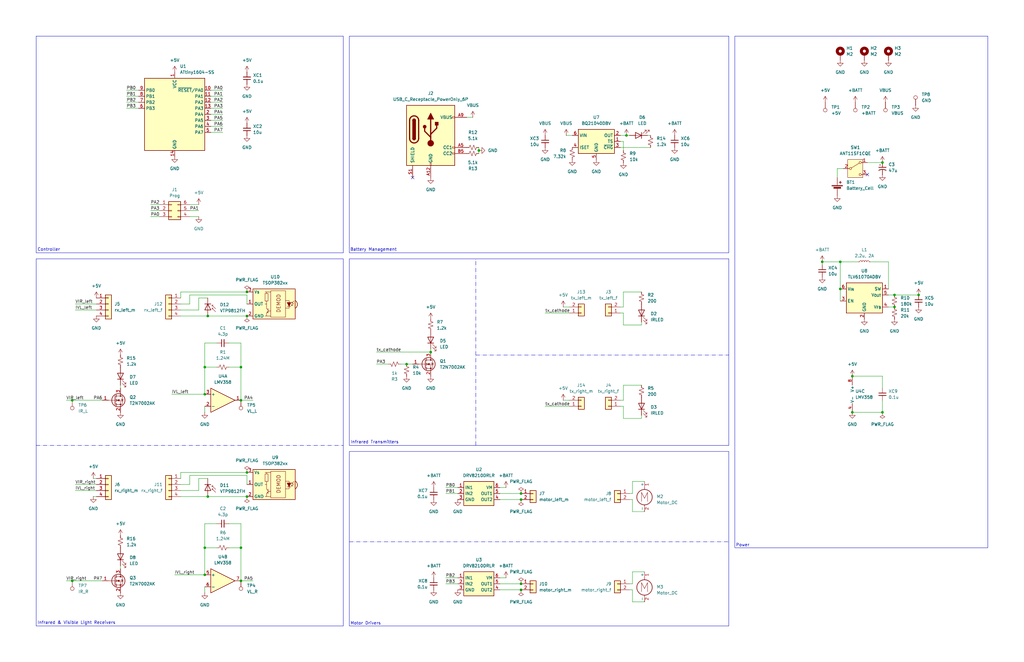
<source format=kicad_sch>
(kicad_sch (version 20250114) (generator "eeschema") (generator_version "9.0")
  (paper "B")
  (title_block (title "Robo-Roach v1.0") (date "2025-03-03") (rev "1"))
  (rectangle (start 15.24 15.24) (end 144.78 106.68))
  (rectangle (start 15.24 109.22) (end 144.78 264.16))
  (rectangle (start 147.32 190.5) (end 307.34 264.16))
  (rectangle (start 147.32 15.24) (end 307.34 106.68))
  (rectangle (start 147.32 109.22) (end 307.34 187.96))
  (rectangle (start 309.88 15.24) (end 416.56 231.14))
  (text "Controller" (at 20.574 105.41 0) (effects (font (size 1.27 1.27))))
  (text "Infrared & Visible Light Receivers\n" (at 32.258 262.89 0) (effects (font (size 1.27 1.27))))
  (text "Battery Management" (at 157.48 105.41 0) (effects (font (size 1.27 1.27))))
  (text "Power" (at 313.182 230.124 0) (effects (font (size 1.27 1.27))))
  (text "Infrared Transmitters" (at 157.988 186.69 0) (effects (font (size 1.27 1.27))))
  (text "Motor Drivers" (at 154.178 263.144 0) (effects (font (size 1.27 1.27))))
  (junction (at 354.33 121.92))
  (junction (at 104.14 123.19))
  (junction (at 201.93 63.5))
  (junction (at 86.36 166.37))
  (junction (at 387.35 124.46))
  (junction (at 219.71 246.38))
  (junction (at 86.36 231.14))
  (junction (at 346.71 110.49))
  (junction (at 377.19 129.54))
  (junction (at 101.6 168.91))
  (junction (at 219.71 208.28))
  (junction (at 104.14 199.39))
  (junction (at 101.6 154.94))
  (junction (at 219.71 248.92))
  (junction (at 359.41 158.75))
  (junction (at 264.16 57.15))
  (junction (at 101.6 245.11))
  (junction (at 30.48 245.11))
  (junction (at 359.41 173.99))
  (junction (at 86.36 242.57))
  (junction (at 30.48 168.91))
  (junction (at 181.61 148.59))
  (junction (at 87.63 209.55))
  (junction (at 101.6 231.14))
  (junction (at 372.11 68.58))
  (junction (at 354.33 110.49))
  (junction (at 104.14 133.35))
  (junction (at 377.19 124.46))
  (junction (at 372.11 173.99))
  (junction (at 86.36 154.94))
  (junction (at 87.63 133.35))
  (junction (at 219.71 210.82))
  (junction (at 104.14 209.55))
  (junction (at 171.45 153.67))
  (no_connect (at 173.99 74.93))
  (no_connect (at 365.76 73.66))
  (wire (pts (xy 87.63 125.73) (xy 83.82 125.73)))
  (polyline (pts (xy 200.66 149.86) (xy 307.34 149.86)) (stroke (width 0) (type dash_dot)))
  (wire (pts (xy 354.33 121.92) (xy 354.33 127)))
  (wire (pts (xy 219.71 248.92) (xy 210.82 248.92)))
  (wire (pts (xy 262.89 123.19) (xy 270.51 123.19)))
  (wire (pts (xy 262.89 176.53) (xy 270.51 176.53)))
  (wire (pts (xy 262.89 129.54) (xy 261.62 129.54)))
  (wire (pts (xy 96.52 144.78) (xy 101.6 144.78)))
  (wire (pts (xy 193.04 205.74) (xy 187.96 205.74)))
  (wire (pts (xy 27.94 245.11) (xy 30.48 245.11)))
  (wire (pts (xy 72.39 166.37) (xy 86.36 166.37)))
  (wire (pts (xy 199.39 49.53) (xy 196.85 49.53)))
  (wire (pts (xy 88.9 55.88) (xy 93.98 55.88)))
  (wire (pts (xy 361.95 110.49) (xy 354.33 110.49)))
  (wire (pts (xy 27.94 168.91) (xy 30.48 168.91)))
  (wire (pts (xy 101.6 245.11) (xy 101.6 231.14)))
  (wire (pts (xy 50.8 163.83) (xy 50.8 162.56)))
  (wire (pts (xy 86.36 173.99) (xy 86.36 171.45)))
  (wire (pts (xy 262.89 168.91) (xy 261.62 168.91)))
  (wire (pts (xy 359.41 158.75) (xy 372.11 158.75)))
  (wire (pts (xy 104.14 123.19) (xy 76.2 123.19)))
  (wire (pts (xy 262.89 168.91) (xy 262.89 162.56)))
  (wire (pts (xy 266.7 254) (xy 266.7 248.92)))
  (wire (pts (xy 374.65 129.54) (xy 377.19 129.54)))
  (wire (pts (xy 88.9 50.8) (xy 93.98 50.8)))
  (wire (pts (xy 187.96 243.84) (xy 193.04 243.84)))
  (wire (pts (xy 88.9 48.26) (xy 93.98 48.26)))
  (wire (pts (xy 266.7 246.38) (xy 265.43 246.38)))
  (wire (pts (xy 374.65 121.92) (xy 374.65 110.49)))
  (wire (pts (xy 86.36 250.19) (xy 86.36 247.65)))
  (wire (pts (xy 201.93 62.23) (xy 201.93 63.5)))
  (wire (pts (xy 266.7 203.2) (xy 266.7 208.28)))
  (wire (pts (xy 87.63 133.35) (xy 76.2 133.35)))
  (wire (pts (xy 266.7 210.82) (xy 265.43 210.82)))
  (wire (pts (xy 163.83 153.67) (xy 158.75 153.67)))
  (wire (pts (xy 262.89 132.08) (xy 262.89 137.16)))
  (wire (pts (xy 31.75 204.47) (xy 40.64 204.47)))
  (wire (pts (xy 262.89 162.56) (xy 270.51 162.56)))
  (wire (pts (xy 219.71 246.38) (xy 210.82 246.38)))
  (wire (pts (xy 80.01 86.36) (xy 83.82 86.36)))
  (wire (pts (xy 181.61 148.59) (xy 181.61 147.32)))
  (wire (pts (xy 104.14 133.35) (xy 87.63 133.35)))
  (wire (pts (xy 213.36 205.74) (xy 210.82 205.74)))
  (wire (pts (xy 266.7 208.28) (xy 265.43 208.28)))
  (polyline (pts (xy 147.32 228.6) (xy 307.34 228.6)) (stroke (width 0) (type dash_dot)))
  (wire (pts (xy 58.42 45.72) (xy 53.34 45.72)))
  (wire (pts (xy 86.36 231.14) (xy 91.44 231.14)))
  (wire (pts (xy 63.5 86.36) (xy 67.31 86.36)))
  (wire (pts (xy 262.89 137.16) (xy 270.51 137.16)))
  (wire (pts (xy 31.75 128.27) (xy 40.64 128.27)))
  (wire (pts (xy 58.42 38.1) (xy 53.34 38.1)))
  (wire (pts (xy 193.04 208.28) (xy 187.96 208.28)))
  (wire (pts (xy 31.75 130.81) (xy 40.64 130.81)))
  (wire (pts (xy 104.14 209.55) (xy 87.63 209.55)))
  (wire (pts (xy 80.01 88.9) (xy 83.82 88.9)))
  (wire (pts (xy 88.9 40.64) (xy 93.98 40.64)))
  (wire (pts (xy 210.82 210.82) (xy 219.71 210.82)))
  (wire (pts (xy 201.93 63.5) (xy 201.93 64.77)))
  (wire (pts (xy 73.66 242.57) (xy 86.36 242.57)))
  (wire (pts (xy 63.5 88.9) (xy 67.31 88.9)))
  (wire (pts (xy 86.36 220.98) (xy 86.36 231.14)))
  (wire (pts (xy 83.82 125.73) (xy 83.82 130.81)))
  (wire (pts (xy 237.49 129.54) (xy 240.03 129.54)))
  (wire (pts (xy 104.14 204.47) (xy 104.14 200.66)))
  (wire (pts (xy 58.42 40.64) (xy 53.34 40.64)))
  (wire (pts (xy 271.78 203.2) (xy 266.7 203.2)))
  (wire (pts (xy 101.6 144.78) (xy 101.6 154.94)))
  (wire (pts (xy 83.82 207.01) (xy 76.2 207.01)))
  (wire (pts (xy 270.51 176.53) (xy 270.51 175.26)))
  (wire (pts (xy 353.06 71.12) (xy 355.6 71.12)))
  (wire (pts (xy 377.19 124.46) (xy 387.35 124.46)))
  (wire (pts (xy 39.37 201.93) (xy 40.64 201.93)))
  (wire (pts (xy 91.44 144.78) (xy 86.36 144.78)))
  (wire (pts (xy 88.9 53.34) (xy 93.98 53.34)))
  (wire (pts (xy 271.78 241.3) (xy 266.7 241.3)))
  (wire (pts (xy 96.52 231.14) (xy 101.6 231.14)))
  (wire (pts (xy 96.52 220.98) (xy 101.6 220.98)))
  (wire (pts (xy 104.14 199.39) (xy 76.2 199.39)))
  (wire (pts (xy 91.44 220.98) (xy 86.36 220.98)))
  (wire (pts (xy 83.82 130.81) (xy 76.2 130.81)))
  (wire (pts (xy 264.16 57.15) (xy 261.62 57.15)))
  (wire (pts (xy 88.9 43.18) (xy 93.98 43.18)))
  (wire (pts (xy 58.42 43.18) (xy 53.34 43.18)))
  (wire (pts (xy 266.7 248.92) (xy 265.43 248.92)))
  (wire (pts (xy 261.62 62.23) (xy 274.32 62.23)))
  (wire (pts (xy 87.63 201.93) (xy 83.82 201.93)))
  (wire (pts (xy 104.14 124.46) (xy 80.01 124.46)))
  (wire (pts (xy 101.6 168.91) (xy 106.68 168.91)))
  (wire (pts (xy 80.01 128.27) (xy 76.2 128.27)))
  (wire (pts (xy 265.43 57.15) (xy 264.16 57.15)))
  (wire (pts (xy 273.05 57.15) (xy 274.32 57.15)))
  (wire (pts (xy 168.91 153.67) (xy 171.45 153.67)))
  (wire (pts (xy 76.2 199.39) (xy 76.2 201.93)))
  (wire (pts (xy 372.11 173.99) (xy 359.41 173.99)))
  (wire (pts (xy 374.65 110.49) (xy 367.03 110.49)))
  (wire (pts (xy 86.36 166.37) (xy 86.36 154.94)))
  (wire (pts (xy 101.6 220.98) (xy 101.6 231.14)))
  (wire (pts (xy 229.87 171.45) (xy 240.03 171.45)))
  (wire (pts (xy 261.62 59.69) (xy 262.89 59.69)))
  (wire (pts (xy 353.06 71.12) (xy 353.06 74.93)))
  (wire (pts (xy 372.11 168.91) (xy 372.11 173.99)))
  (wire (pts (xy 229.87 132.08) (xy 240.03 132.08)))
  (wire (pts (xy 271.78 215.9) (xy 266.7 215.9)))
  (wire (pts (xy 262.89 132.08) (xy 261.62 132.08)))
  (wire (pts (xy 63.5 91.44) (xy 67.31 91.44)))
  (wire (pts (xy 171.45 153.67) (xy 173.99 153.67)))
  (wire (pts (xy 87.63 209.55) (xy 76.2 209.55)))
  (wire (pts (xy 271.78 254) (xy 266.7 254)))
  (wire (pts (xy 213.36 243.84) (xy 210.82 243.84)))
  (wire (pts (xy 86.36 144.78) (xy 86.36 154.94)))
  (wire (pts (xy 88.9 45.72) (xy 93.98 45.72)))
  (wire (pts (xy 76.2 123.19) (xy 76.2 125.73)))
  (wire (pts (xy 50.8 240.03) (xy 50.8 238.76)))
  (wire (pts (xy 101.6 245.11) (xy 106.68 245.11)))
  (wire (pts (xy 30.48 245.11) (xy 43.18 245.11)))
  (wire (pts (xy 80.01 124.46) (xy 80.01 128.27)))
  (wire (pts (xy 377.19 124.46) (xy 374.65 124.46)))
  (wire (pts (xy 86.36 242.57) (xy 86.36 231.14)))
  (wire (pts (xy 266.7 215.9) (xy 266.7 210.82)))
  (wire (pts (xy 80.01 91.44) (xy 83.82 91.44)))
  (wire (pts (xy 31.75 207.01) (xy 40.64 207.01)))
  (wire (pts (xy 30.48 168.91) (xy 43.18 168.91)))
  (wire (pts (xy 262.89 171.45) (xy 262.89 176.53)))
  (wire (pts (xy 83.82 201.93) (xy 83.82 207.01)))
  (wire (pts (xy 266.7 241.3) (xy 266.7 246.38)))
  (wire (pts (xy 262.89 129.54) (xy 262.89 123.19)))
  (wire (pts (xy 96.52 154.94) (xy 101.6 154.94)))
  (wire (pts (xy 181.61 148.59) (xy 158.75 148.59)))
  (wire (pts (xy 39.37 209.55) (xy 40.64 209.55)))
  (polyline (pts (xy 15.24 187.96) (xy 144.78 187.96)) (stroke (width 0) (type dash_dot)))
  (wire (pts (xy 238.76 57.15) (xy 241.3 57.15)))
  (wire (pts (xy 365.76 68.58) (xy 372.11 68.58)))
  (wire (pts (xy 104.14 128.27) (xy 104.14 124.46)))
  (wire (pts (xy 346.71 111.76) (xy 346.71 110.49)))
  (wire (pts (xy 104.14 200.66) (xy 80.01 200.66)))
  (wire (pts (xy 354.33 110.49) (xy 346.71 110.49)))
  (wire (pts (xy 270.51 137.16) (xy 270.51 135.89)))
  (wire (pts (xy 210.82 208.28) (xy 219.71 208.28)))
  (wire (pts (xy 193.04 246.38) (xy 187.96 246.38)))
  (wire (pts (xy 237.49 168.91) (xy 240.03 168.91)))
  (wire (pts (xy 262.89 59.69) (xy 262.89 63.5)))
  (wire (pts (xy 80.01 200.66) (xy 80.01 204.47)))
  (wire (pts (xy 372.11 158.75) (xy 372.11 163.83)))
  (wire (pts (xy 88.9 38.1) (xy 93.98 38.1)))
  (polyline (pts (xy 200.66 187.96) (xy 200.66 109.22)) (stroke (width 0) (type dash_dot)))
  (wire (pts (xy 262.89 171.45) (xy 261.62 171.45)))
  (wire (pts (xy 354.33 110.49) (xy 354.33 121.92)))
  (wire (pts (xy 80.01 204.47) (xy 76.2 204.47)))
  (wire (pts (xy 86.36 154.94) (xy 91.44 154.94)))
  (wire (pts (xy 101.6 154.94) (xy 101.6 168.91)))
  (label "PB1" (at 187.96 208.28 0))
  (label "PB2" (at 187.96 243.84 0))
  (label "PA3" (at 158.75 153.67 0))
  (label "IVL_right" (at 31.75 207.01 0))
  (label "PA4" (at 106.68 168.91 180))
  (label "VIR_right" (at 27.94 245.11 0))
  (label "IVL_left" (at 72.39 166.37 0))
  (label "PA6" (at 93.98 53.34 180))
  (label "PB3" (at 53.34 45.72 0))
  (label "PA3" (at 63.5 88.9 0))
  (label "PA2" (at 93.98 43.18 180))
  (label "IVL_left" (at 31.75 130.81 0))
  (label "VIR_right" (at 31.75 204.47 0))
  (label "PA6" (at 43.18 168.91 180))
  (label "VIR_left" (at 27.94 168.91 0))
  (label "PB0" (at 53.34 38.1 0))
  (label "tx_cathode" (at 229.87 132.08 0))
  (label "PA7" (at 43.18 245.11 180))
  (label "PA5" (at 93.98 50.8 180))
  (label "PA4" (at 93.98 48.26 180))
  (label "PA1" (at 93.98 40.64 180))
  (label "tx_cathode" (at 229.87 171.45 0))
  (label "PB3" (at 187.96 246.38 0))
  (label "PA1" (at 83.82 88.9 180))
  (label "PA0" (at 93.98 38.1 180))
  (label "VIR_left" (at 31.75 128.27 0))
  (label "PA3" (at 93.98 45.72 180))
  (label "PA0" (at 63.5 91.44 0))
  (label "IVL_right" (at 73.66 242.57 0))
  (label "PB1" (at 53.34 40.64 0))
  (label "PB2" (at 53.34 43.18 0))
  (label "PA7" (at 93.98 55.88 180))
  (label "PA2" (at 63.5 86.36 0))
  (label "PA5" (at 106.68 245.11 180))
  (label "tx_cathode" (at 158.75 148.59 0))
  (label "PB0" (at 187.96 205.74 0))
  (symbol (lib_id "Device:C_Small") (at 284.48 59.69 0) (unit 1)
    (property "Reference" "XC6" (at 287.02 58.4262 0) (effects (justify left)))
    (property "Value" "10u" (at 287.02 60.9662 0) (effects (justify left)))
    (property "Footprint" "Capacitor_SMD:C_0603_1608Metric_Pad1.08x0.95mm_HandSolder" (effects (hide yes)))
    (property "Description" "Unpolarized capacitor, small symbol" (effects (hide yes)))
  )
  (symbol (lib_id "power:GND") (at 86.36 173.99 0) (unit 1)
    (property "Reference" "#PWR014" (effects (hide yes)))
    (property "Value" "GND" (at 86.36 179.07 0))
    (property "Description" "Power symbol creates a global label with name \"GND\" , ground" (effects (hide yes)))
  )
  (symbol (lib_id "Connector_Generic:Conn_01x02") (at 260.35 208.28 0) (mirror y) (unit 1)
    (property "Reference" "J8" (at 257.81 208.2799 0) (effects (justify left)))
    (property "Value" "motor_left_f" (at 257.81 210.8199 0) (effects (justify left)))
    (property "Description" "Generic connector, single row, 01x02, script generated (kicad-library-utils/schlib/autogen/connector/)" (effects (hide yes)))
  )
  (symbol (lib_id "power:+BATT") (at 372.11 68.58 0) (unit 1)
    (property "Reference" "#PWR026" (effects (hide yes)))
    (property "Value" "+BATT" (at 372.11 63.5 0))
    (property "Description" "Power symbol creates a global label with name \"+BATT\"" (effects (hide yes)))
  )
  (symbol (lib_id "Device:LED") (at 270.51 132.08 90) (unit 1)
    (property "Reference" "D2" (at 274.32 132.3974 90) (effects (justify right)))
    (property "Value" "IRLED" (at 274.32 134.9374 90) (effects (justify right)))
    (property "Footprint" "LED_THT:LED_D5.0mm" (effects (hide yes)))
    (property "Description" "Light emitting diode" (effects (hide yes)))
    (property "Sim.Pins" "1=K 2=A" (effects (hide yes)))
  )
  (symbol (lib_id "Device:D_Photo") (at 87.63 130.81 270) (unit 1)
    (property "Reference" "D12" (at 92.71 128.5874 90) (effects (justify left)))
    (property "Value" "VTP9812FH" (at 92.71 131.1274 90) (effects (justify left)))
    (property "Footprint" "LED_THT:LED_D5.0mm" (effects (hide yes)))
    (property "Description" "Photodiode" (effects (hide yes)))
  )
  (symbol (lib_id "Device:R_Small_US") (at 199.39 64.77 270) (unit 1)
    (property "Reference" "R13" (at 199.39 71.12 90))
    (property "Value" "5.1k" (at 199.39 68.58 90))
    (property "Footprint" "Resistor_SMD:R_0603_1608Metric_Pad0.98x0.95mm_HandSolder" (effects (hide yes)))
    (property "Description" "Resistor, small US symbol" (effects (hide yes)))
  )
  (symbol (lib_id "power:VBUS") (at 229.87 57.15 0) (unit 1)
    (property "Reference" "#PWR028" (effects (hide yes)))
    (property "Value" "VBUS" (at 229.87 52.07 0))
    (property "Description" "Power symbol creates a global label with name \"VBUS\"" (effects (hide yes)))
  )
  (symbol (lib_id "power:+BATT") (at 346.71 110.49 0) (unit 1)
    (property "Reference" "#PWR030" (effects (hide yes)))
    (property "Value" "+BATT" (at 346.71 105.41 0))
    (property "Description" "Power symbol creates a global label with name \"+BATT\"" (effects (hide yes)))
  )
  (symbol (lib_id "Mechanical:MountingHole_Pad") (at 374.65 22.86 0) (unit 1) (in_bom no)
    (property "Reference" "H3" (at 377.19 20.3199 0) (effects (justify left)))
    (property "Value" "M2" (at 377.19 22.8599 0) (effects (justify left)))
    (property "Footprint" "MountingHole:MountingHole_2.2mm_M2_DIN965_Pad" (effects (hide yes)))
    (property "Description" "Mounting Hole with connection" (effects (hide yes)))
  )
  (symbol (lib_id "Device:R_Small_US") (at 377.19 132.08 0) (unit 1)
    (property "Reference" "R11" (at 379.73 130.8099 0) (effects (justify left)))
    (property "Value" "20k" (at 379.73 133.3499 0) (effects (justify left)))
    (property "Footprint" "Resistor_SMD:R_0603_1608Metric_Pad0.98x0.95mm_HandSolder" (effects (hide yes)))
    (property "Description" "Resistor, small US symbol" (effects (hide yes)))
  )
  (symbol (lib_id "Device:C_Small") (at 104.14 54.61 180) (unit 1)
    (property "Reference" "XC2" (at 106.68 53.3335 0) (effects (justify right)))
    (property "Value" "10u" (at 106.68 55.8735 0) (effects (justify right)))
    (property "Footprint" "Capacitor_SMD:C_0603_1608Metric_Pad1.08x0.95mm_HandSolder" (effects (hide yes)))
    (property "Description" "Unpolarized capacitor, small symbol" (effects (hide yes)))
  )
  (symbol (lib_id "power:+BATT") (at 264.16 57.15 0) (unit 1)
    (property "Reference" "#PWR038" (effects (hide yes)))
    (property "Value" "+BATT" (at 264.16 52.07 0))
    (property "Description" "Power symbol creates a global label with name \"+BATT\"" (effects (hide yes)))
  )
  (symbol (lib_id "Connector:TestPoint") (at 347.98 43.18 180) (unit 1)
    (property "Reference" "TP1" (at 350.52 45.2119 0) (effects (justify right)))
    (property "Value" "+5V" (at 350.52 47.7519 0) (effects (justify right)))
    (property "Footprint" "TestPoint:TestPoint_THTPad_D1.0mm_Drill0.5mm" (effects (hide yes)))
    (property "Description" "test point" (effects (hide yes)))
  )
  (symbol (lib_id "Transistor_FET:T2N7002AK") (at 179.07 153.67 0) (unit 1)
    (property "Reference" "Q1" (at 185.42 152.3999 0) (effects (justify left)))
    (property "Value" "T2N7002AK" (at 185.42 154.9399 0) (effects (justify left)))
    (property "Footprint" "Package_TO_SOT_SMD:SOT-23" (effects (hide yes)))
    (property "Datasheet" "https://toshiba.semicon-storage.com/info/docget.jsp?did=29712&prodName=T2N7002AK" (effects (hide yes)))
    (property "Description" "60V Vds, 0.2A Id, N-Channel MOSFET, SOT-23" (effects (hide yes)))
  )
  (symbol (lib_id "Connector_Generic:Conn_01x02") (at 245.11 132.08 0) (mirror x) (unit 1)
    (property "Reference" "J13" (at 245.11 123.19 0))
    (property "Value" "tx_left_m" (at 245.11 125.73 0))
    (property "Footprint" "robo-roach:LHA-02-TS" (effects (hide yes)))
    (property "Description" "Generic connector, single row, 01x02, script generated (kicad-library-utils/schlib/autogen/connector/)" (effects (hide yes)))
  )
  (symbol (lib_id "Device:R_Small_US") (at 50.8 228.6 0) (unit 1)
    (property "Reference" "R16" (at 53.34 227.3299 0) (effects (justify left)))
    (property "Value" "1.2k" (at 53.34 229.8699 0) (effects (justify left)))
    (property "Footprint" "Resistor_SMD:R_0603_1608Metric_Pad0.98x0.95mm_HandSolder" (effects (hide yes)))
    (property "Description" "Resistor, small US symbol" (effects (hide yes)))
  )
  (symbol (lib_id "Device:R_Small_US") (at 171.45 156.21 0) (unit 1)
    (property "Reference" "R4" (at 173.99 154.9399 0) (effects (justify left)))
    (property "Value" "10k" (at 173.99 157.4799 0) (effects (justify left)))
    (property "Footprint" "Resistor_SMD:R_0603_1608Metric_Pad0.98x0.95mm_HandSolder" (effects (hide yes)))
    (property "Description" "Resistor, small US symbol" (effects (hide yes)))
  )
  (symbol (lib_id "Connector_Generic:Conn_01x04") (at 71.12 128.27 0) (mirror y) (unit 1)
    (property "Reference" "J12" (at 68.58 128.2699 0) (effects (justify left)))
    (property "Value" "rx_left_f" (at 68.58 130.8099 0) (effects (justify left)))
    (property "Footprint" "robo-roach:LHA-04-TS" (effects (hide yes)))
    (property "Description" "Generic connector, single row, 01x04, script generated (kicad-library-utils/schlib/autogen/connector/)" (effects (hide yes)))
  )
  (symbol (lib_id "Device:R_Small_US") (at 270.51 125.73 0) (unit 1)
    (property "Reference" "R2" (at 273.05 124.4599 0) (effects (justify left)))
    (property "Value" "200" (at 273.05 126.9999 0) (effects (justify left)))
    (property "Footprint" "Resistor_SMD:R_0603_1608Metric_Pad0.98x0.95mm_HandSolder" (effects (hide yes)))
    (property "Description" "Resistor, small US symbol" (effects (hide yes)))
  )
  (symbol (lib_id "power:PWR_FLAG") (at 219.71 210.82 180) (unit 1)
    (property "Reference" "#FLG07" (effects (hide yes)))
    (property "Value" "PWR_FLAG" (at 219.71 215.9 0))
    (property "Description" "Special symbol for telling ERC where power comes from" (effects (hide yes)))
  )
  (symbol (lib_id "power:GND") (at 387.35 129.54 0) (unit 1)
    (property "Reference" "#PWR043" (effects (hide yes)))
    (property "Value" "GND" (at 387.35 134.62 0))
    (property "Description" "Power symbol creates a global label with name \"GND\" , ground" (effects (hide yes)))
  )
  (symbol (lib_id "MCU_Microchip_ATtiny:ATtiny1604-SS") (at 73.66 48.26 0) (unit 1)
    (property "Reference" "U1" (at 75.8541 27.94 0) (effects (justify left)))
    (property "Value" "ATtiny1604-SS" (at 75.8541 30.48 0) (effects (justify left)))
    (property "Footprint" "Package_SO:SOIC-14_3.9x8.7mm_P1.27mm" (effects (hide yes)))
    (property "Datasheet" "http://ww1.microchip.com/downloads/en/DeviceDoc/ATtiny804_1604-Data-Sheet-40002028A.pdf" (effects (hide yes)))
    (property "Description" "20MHz, 16kB Flash, 1kB SRAM, 256B EEPROM, SOIC-14" (effects (hide yes)))
  )
  (symbol (lib_id "power:GND") (at 193.04 248.92 0) (unit 1)
    (property "Reference" "#PWR04" (effects (hide yes)))
    (property "Value" "GND" (at 193.04 254 0))
    (property "Description" "Power symbol creates a global label with name \"GND\" , ground" (effects (hide yes)))
  )
  (symbol (lib_id "Device:LED") (at 270.51 171.45 90) (unit 1)
    (property "Reference" "D3" (at 274.32 171.7674 90) (effects (justify right)))
    (property "Value" "IRLED" (at 274.32 174.3074 90) (effects (justify right)))
    (property "Footprint" "LED_THT:LED_D5.0mm" (effects (hide yes)))
    (property "Description" "Light emitting diode" (effects (hide yes)))
    (property "Sim.Pins" "1=K 2=A" (effects (hide yes)))
  )
  (symbol (lib_id "Connector_Generic:Conn_01x02") (at 224.79 246.38 0) (unit 1)
    (property "Reference" "J10" (at 227.33 246.3799 0) (effects (justify left)))
    (property "Value" "motor_right_m" (at 227.33 248.9199 0) (effects (justify left)))
    (property "Footprint" "robo-roach:LHA-02-TS" (effects (hide yes)))
    (property "Description" "Generic connector, single row, 01x02, script generated (kicad-library-utils/schlib/autogen/connector/)" (effects (hide yes)))
  )
  (symbol (lib_id "Connector_Generic:Conn_01x04") (at 45.72 204.47 0) (unit 1)
    (property "Reference" "J6" (at 48.26 204.4699 0) (effects (justify left)))
    (property "Value" "rx_right_m" (at 48.26 207.0099 0) (effects (justify left)))
    (property "Footprint" "robo-roach:LHA-04-TS" (effects (hide yes)))
    (property "Description" "Generic connector, single row, 01x04, script generated (kicad-library-utils/schlib/autogen/connector/)" (effects (hide yes)))
  )
  (symbol (lib_id "Device:R_Small_US") (at 181.61 137.16 0) (unit 1)
    (property "Reference" "R7" (at 184.15 135.8899 0) (effects (justify left)))
    (property "Value" "1.2k" (at 184.15 138.4299 0) (effects (justify left)))
    (property "Footprint" "Resistor_SMD:R_0603_1608Metric_Pad0.98x0.95mm_HandSolder" (effects (hide yes)))
    (property "Description" "Resistor, small US symbol" (effects (hide yes)))
  )
  (symbol (lib_id "power:GND") (at 353.06 82.55 0) (unit 1)
    (property "Reference" "#PWR027" (effects (hide yes)))
    (property "Value" "GND" (at 353.06 87.63 0))
    (property "Description" "Power symbol creates a global label with name \"GND\" , ground" (effects (hide yes)))
  )
  (symbol (lib_id "power:GND") (at 372.11 73.66 0) (unit 1)
    (property "Reference" "#PWR055" (effects (hide yes)))
    (property "Value" "GND" (at 372.11 78.74 0))
    (property "Description" "Power symbol creates a global label with name \"GND\" , ground" (effects (hide yes)))
  )
  (symbol (lib_id "power:PWR_FLAG") (at 219.71 208.28 0) (unit 1)
    (property "Reference" "#FLG08" (effects (hide yes)))
    (property "Value" "PWR_FLAG" (at 219.71 203.2 0))
    (property "Description" "Special symbol for telling ERC where power comes from" (effects (hide yes)))
  )
  (symbol (lib_id "power:GND") (at 241.3 67.31 0) (unit 1)
    (property "Reference" "#PWR033" (effects (hide yes)))
    (property "Value" "GND" (at 241.3 72.39 0))
    (property "Description" "Power symbol creates a global label with name \"GND\" , ground" (effects (hide yes)))
  )
  (symbol (lib_id "power:+5V") (at 50.8 149.86 0) (unit 1)
    (property "Reference" "#PWR052" (effects (hide yes)))
    (property "Value" "+5V" (at 50.8 144.78 0))
    (property "Description" "Power symbol creates a global label with name \"+5V\"" (effects (hide yes)))
  )
  (symbol (lib_id "Connector:TestPoint") (at 30.48 168.91 180) (unit 1)
    (property "Reference" "TP6" (at 33.02 170.9419 0) (effects (justify right)))
    (property "Value" "IR_L" (at 33.02 173.4819 0) (effects (justify right)))
    (property "Footprint" "TestPoint:TestPoint_THTPad_D1.0mm_Drill0.5mm" (effects (hide yes)))
    (property "Description" "test point" (effects (hide yes)))
  )
  (symbol (lib_id "power:GND") (at 386.08 44.45 0) (unit 1)
    (property "Reference" "#PWR063" (effects (hide yes)))
    (property "Value" "GND" (at 386.08 49.53 0))
    (property "Description" "Power symbol creates a global label with name \"GND\" , ground" (effects (hide yes)))
  )
  (symbol (lib_id "power:PWR_FLAG") (at 104.14 133.35 180) (unit 1)
    (property "Reference" "#FLG06" (effects (hide yes)))
    (property "Value" "PWR_FLAG" (at 104.14 138.43 0))
    (property "Description" "Special symbol for telling ERC where power comes from" (effects (hide yes)))
  )
  (symbol (lib_id "Device:C_Polarized_Small_US") (at 372.11 71.12 0) (unit 1)
    (property "Reference" "C3" (at 374.65 69.4181 0) (effects (justify left)))
    (property "Value" "47u" (at 374.65 71.9581 0) (effects (justify left)))
    (property "Footprint" "Capacitor_THT:CP_Radial_D5.0mm_P2.00mm" (effects (hide yes)))
    (property "Description" "Polarized capacitor, small US symbol" (effects (hide yes)))
  )
  (symbol (lib_id "Switch:SW_SPDT") (at 360.68 71.12 0) (unit 1)
    (property "Reference" "SW1" (at 360.68 62.23 0))
    (property "Value" "ANT11SF1CQE" (at 360.68 64.77 0))
    (property "Footprint" "robo-roach:ANT11SECQE" (effects (hide yes)))
    (property "Description" "Switch, single pole double throw" (effects (hide yes)))
  )
  (symbol (lib_id "Device:R_Small_US") (at 199.39 62.23 90) (unit 1)
    (property "Reference" "R12" (at 199.39 55.88 90))
    (property "Value" "5.1k" (at 199.39 58.42 90))
    (property "Footprint" "Resistor_SMD:R_0603_1608Metric_Pad0.98x0.95mm_HandSolder" (effects (hide yes)))
    (property "Description" "Resistor, small US symbol" (effects (hide yes)))
  )
  (symbol (lib_id "Device:LED") (at 269.24 57.15 180) (unit 1)
    (property "Reference" "D6" (at 270.8275 49.53 0))
    (property "Value" "LED" (at 270.8275 52.07 0))
    (property "Footprint" "LED_SMD:LED_0805_2012Metric_Pad1.15x1.40mm_HandSolder" (effects (hide yes)))
    (property "Description" "Light emitting diode" (effects (hide yes)))
    (property "Sim.Pins" "1=K 2=A" (effects (hide yes)))
  )
  (symbol (lib_id "Device:R_Small_US") (at 270.51 165.1 0) (unit 1)
    (property "Reference" "R5" (at 273.05 163.8299 0) (effects (justify left)))
    (property "Value" "200" (at 273.05 166.3699 0) (effects (justify left)))
    (property "Footprint" "Resistor_SMD:R_0603_1608Metric_Pad0.98x0.95mm_HandSolder" (effects (hide yes)))
    (property "Description" "Resistor, small US symbol" (effects (hide yes)))
  )
  (symbol (lib_id "power:+5V") (at 73.66 30.48 0) (unit 1)
    (property "Reference" "#PWR01" (effects (hide yes)))
    (property "Value" "+5V" (at 73.66 25.4 0))
    (property "Description" "Power symbol creates a global label with name \"+5V\"" (effects (hide yes)))
  )
  (symbol (lib_id "Mechanical:MountingHole_Pad") (at 364.49 22.86 0) (unit 1) (in_bom no)
    (property "Reference" "H2" (at 367.03 20.3199 0) (effects (justify left)))
    (property "Value" "M2" (at 367.03 22.8599 0) (effects (justify left)))
    (property "Footprint" "MountingHole:MountingHole_2.2mm_M2_DIN965_Pad" (effects (hide yes)))
    (property "Description" "Mounting Hole with connection" (effects (hide yes)))
  )
  (symbol (lib_id "power:GND") (at 40.64 133.35 0) (unit 1)
    (property "Reference" "#PWR054" (effects (hide yes)))
    (property "Value" "GND" (at 40.64 138.43 0))
    (property "Description" "Power symbol creates a global label with name \"GND\" , ground" (effects (hide yes)))
  )
  (symbol (lib_id "power:+5V") (at 181.61 134.62 0) (unit 1)
    (property "Reference" "#PWR057" (effects (hide yes)))
    (property "Value" "+5V" (at 181.61 129.54 0))
    (property "Description" "Power symbol creates a global label with name \"+5V\"" (effects (hide yes)))
  )
  (symbol (lib_id "power:PWR_FLAG") (at 104.14 209.55 180) (unit 1)
    (property "Reference" "#FLG04" (effects (hide yes)))
    (property "Value" "PWR_FLAG" (at 104.14 214.63 0))
    (property "Description" "Special symbol for telling ERC where power comes from" (effects (hide yes)))
  )
  (symbol (lib_id "power:GND") (at 354.33 25.4 0) (unit 1)
    (property "Reference" "#PWR013" (effects (hide yes)))
    (property "Value" "GND" (at 354.33 30.48 0))
    (property "Description" "Power symbol creates a global label with name \"GND\" , ground" (effects (hide yes)))
  )
  (symbol (lib_id "power:GND") (at 104.14 57.15 0) (unit 1)
    (property "Reference" "#PWR010" (effects (hide yes)))
    (property "Value" "GND" (at 104.14 62.23 0))
    (property "Description" "Power symbol creates a global label with name \"GND\" , ground" (effects (hide yes)))
  )
  (symbol (lib_id "power:GND") (at 364.49 134.62 0) (unit 1)
    (property "Reference" "#PWR036" (effects (hide yes)))
    (property "Value" "GND" (at 364.49 139.7 0))
    (property "Description" "Power symbol creates a global label with name \"GND\" , ground" (effects (hide yes)))
  )
  (symbol (lib_id "power:GND") (at 182.88 210.82 0) (unit 1)
    (property "Reference" "#PWR047" (effects (hide yes)))
    (property "Value" "GND" (at 182.88 215.9 0))
    (property "Description" "Power symbol creates a global label with name \"GND\" , ground" (effects (hide yes)))
  )
  (symbol (lib_id "Interface_Optical:TSOP382xx") (at 114.3 204.47 0) (mirror y) (unit 1)
    (property "Reference" "U9" (at 116.035 193.04 0))
    (property "Value" "TSOP382xx" (at 116.035 195.58 0))
    (property "Footprint" "robo-roach:TSOP38336_Right_Angled" (effects (hide yes)))
    (property "Datasheet" "http://www.vishay.com/docs/82491/tsop382.pdf" (effects (hide yes)))
    (property "Description" "Photo Modules for PCM Remote Control Systems" (effects (hide yes)))
  )
  (symbol (lib_id "power:+5V") (at 39.37 201.93 0) (unit 1)
    (property "Reference" "#PWR023" (effects (hide yes)))
    (property "Value" "+5V" (at 39.37 196.85 0))
    (property "Description" "Power symbol creates a global label with name \"+5V\"" (effects (hide yes)))
  )
  (symbol (lib_id "Connector_Generic:Conn_01x02") (at 224.79 208.28 0) (unit 1)
    (property "Reference" "J7" (at 227.33 208.2799 0) (effects (justify left)))
    (property "Value" "motor_left_m" (at 227.33 210.8199 0) (effects (justify left)))
    (property "Footprint" "robo-roach:LHA-02-TS" (effects (hide yes)))
    (property "Description" "Generic connector, single row, 01x02, script generated (kicad-library-utils/schlib/autogen/connector/)" (effects (hide yes)))
  )
  (symbol (lib_id "Motor:Motor_DC") (at 271.78 246.38 0) (unit 1)
    (property "Reference" "M3" (at 276.86 247.6499 0) (effects (justify left)))
    (property "Value" "Motor_DC" (at 276.86 250.1899 0) (effects (justify left)))
    (property "Description" "DC Motor" (effects (hide yes)))
  )
  (symbol (lib_id "power:GND") (at 83.82 91.44 0) (unit 1)
    (property "Reference" "#PWR012" (effects (hide yes)))
    (property "Value" "GND" (at 83.82 96.52 0))
    (property "Description" "Power symbol creates a global label with name \"GND\" , ground" (effects (hide yes)))
  )
  (symbol (lib_id "power:+5V") (at 104.14 30.48 0) (unit 1)
    (property "Reference" "#PWR07" (effects (hide yes)))
    (property "Value" "+5V" (at 104.14 25.4 0))
    (property "Description" "Power symbol creates a global label with name \"+5V\"" (effects (hide yes)))
  )
  (symbol (lib_id "power:GND") (at 251.46 67.31 0) (unit 1)
    (property "Reference" "#PWR035" (effects (hide yes)))
    (property "Value" "GND" (at 251.46 72.39 0))
    (property "Description" "Power symbol creates a global label with name \"GND\" , ground" (effects (hide yes)))
  )
  (symbol (lib_id "Device:C_Small") (at 346.71 114.3 0) (unit 1)
    (property "Reference" "XC4" (at 349.25 113.0362 0) (effects (justify left)))
    (property "Value" "10u" (at 349.25 115.5762 0) (effects (justify left)))
    (property "Footprint" "Capacitor_SMD:C_0603_1608Metric_Pad1.08x0.95mm_HandSolder" (effects (hide yes)))
    (property "Description" "Unpolarized capacitor, small symbol" (effects (hide yes)))
  )
  (symbol (lib_id "power:VBUS") (at 238.76 57.15 0) (unit 1)
    (property "Reference" "#PWR032" (effects (hide yes)))
    (property "Value" "VBUS" (at 238.76 52.07 0))
    (property "Description" "Power symbol creates a global label with name \"VBUS\"" (effects (hide yes)))
  )
  (symbol (lib_id "power:PWR_FLAG") (at 104.14 123.19 0) (unit 1)
    (property "Reference" "#FLG05" (effects (hide yes)))
    (property "Value" "PWR_FLAG" (at 104.14 118.11 0))
    (property "Description" "Special symbol for telling ERC where power comes from" (effects (hide yes)))
  )
  (symbol (lib_id "Connector_Generic:Conn_01x04") (at 45.72 128.27 0) (unit 1)
    (property "Reference" "J5" (at 48.26 128.2699 0) (effects (justify left)))
    (property "Value" "rx_left_m" (at 48.26 130.8099 0) (effects (justify left)))
    (property "Footprint" "robo-roach:LHA-04-TS" (effects (hide yes)))
    (property "Description" "Generic connector, single row, 01x04, script generated (kicad-library-utils/schlib/autogen/connector/)" (effects (hide yes)))
  )
  (symbol (lib_id "Device:C_Small") (at 229.87 59.69 0) (mirror y) (unit 1)
    (property "Reference" "XC3" (at 227.33 58.4262 0) (effects (justify left)))
    (property "Value" "10u" (at 227.33 60.9662 0) (effects (justify left)))
    (property "Footprint" "Capacitor_SMD:C_0603_1608Metric_Pad1.08x0.95mm_HandSolder" (effects (hide yes)))
    (property "Description" "Unpolarized capacitor, small symbol" (effects (hide yes)))
  )
  (symbol (lib_id "power:PWR_FLAG") (at 219.71 246.38 0) (unit 1)
    (property "Reference" "#FLG09" (effects (hide yes)))
    (property "Value" "PWR_FLAG" (at 219.71 241.3 0))
    (property "Description" "Special symbol for telling ERC where power comes from" (effects (hide yes)))
  )
  (symbol (lib_id "power:+5V") (at 237.49 168.91 0) (unit 1)
    (property "Reference" "#PWR059" (effects (hide yes)))
    (property "Value" "+5V" (at 237.49 163.83 0))
    (property "Description" "Power symbol creates a global label with name \"+5V\"" (effects (hide yes)))
  )
  (symbol (lib_id "Device:L_Small") (at 364.49 110.49 90) (unit 1)
    (property "Reference" "L1" (at 364.49 105.41 90))
    (property "Value" "2.2u, 2A" (at 364.49 107.95 90))
    (property "Footprint" "Inductor_SMD:L_1008_2520Metric_Pad1.43x2.20mm_HandSolder" (effects (hide yes)))
    (property "Description" "Inductor, small symbol" (effects (hide yes)))
  )
  (symbol (lib_id "Device:R_Small_US") (at 93.98 154.94 90) (unit 1)
    (property "Reference" "R1" (at 93.98 148.59 90))
    (property "Value" "1.24M" (at 93.98 151.13 90))
    (property "Footprint" "Resistor_SMD:R_0603_1608Metric_Pad0.98x0.95mm_HandSolder" (effects (hide yes)))
    (property "Description" "Resistor, small US symbol" (effects (hide yes)))
  )
  (symbol (lib_id "power:GND") (at 73.66 66.04 0) (unit 1)
    (property "Reference" "#PWR02" (effects (hide yes)))
    (property "Value" "GND" (at 73.66 71.12 0))
    (property "Description" "Power symbol creates a global label with name \"GND\" , ground" (effects (hide yes)))
  )
  (symbol (lib_id "Regulator_Switching:TLV61070ADBV") (at 364.49 127 0) (unit 1)
    (property "Reference" "U8" (at 364.49 114.3 0))
    (property "Value" "TLV61070ADBV" (at 364.49 116.84 0))
    (property "Footprint" "Package_TO_SOT_SMD:SOT-23-6" (effects (hide yes)))
    (property "Datasheet" "https://www.ti.com/lit/ds/symlink/tlv61070a.pdf" (effects (hide yes)))
    (property "Description" "Boost Converter, 2.5A switch current limit, 2.2-5.5V Output Voltage, 0.5-5.5V Input Voltage, SOT-23-6" (effects (hide yes)))
  )
  (symbol (lib_id "Connector:TestPoint") (at 30.48 245.11 180) (unit 1)
    (property "Reference" "TP7" (at 33.02 247.1419 0) (effects (justify right)))
    (property "Value" "IR_R" (at 33.02 249.6819 0) (effects (justify right)))
    (property "Footprint" "TestPoint:TestPoint_THTPad_D1.0mm_Drill0.5mm" (effects (hide yes)))
    (property "Description" "test point" (effects (hide yes)))
  )
  (symbol (lib_id "Mechanical:MountingHole_Pad") (at 354.33 22.86 0) (unit 1) (in_bom no)
    (property "Reference" "H1" (at 356.87 20.3199 0) (effects (justify left)))
    (property "Value" "M2" (at 356.87 22.8599 0) (effects (justify left)))
    (property "Footprint" "MountingHole:MountingHole_2.2mm_M2_DIN965_Pad" (effects (hide yes)))
    (property "Description" "Mounting Hole with connection" (effects (hide yes)))
  )
  (symbol (lib_id "Amplifier_Operational:LMV358") (at 93.98 245.11 0) (unit 2)
    (property "Reference" "U4" (at 93.98 234.95 0))
    (property "Value" "LMV358" (at 93.98 237.49 0))
    (property "Footprint" "Package_SO:VSSOP-8_3x3mm_P0.65mm" (effects (hide yes)))
    (property "Datasheet" "http://www.ti.com/lit/ds/symlink/lmv324.pdf" (effects (hide yes)))
    (property "Description" "Dual Low-Voltage Rail-to-Rail Output Operational Amplifiers, SOIC-8/SSOP-8" (effects (hide yes)))
  )
  (symbol (lib_id "Device:Battery_Cell") (at 353.06 80.01 0) (unit 1)
    (property "Reference" "BT1" (at 356.87 76.8984 0) (effects (justify left)))
    (property "Value" "Battery_Cell" (at 356.87 79.4384 0) (effects (justify left)))
    (property "Footprint" "robo-roach:LHA-02-TS" (effects (hide yes)))
    (property "Description" "Single-cell battery" (effects (hide yes)))
  )
  (symbol (lib_id "power:+5V") (at 347.98 43.18 0) (unit 1)
    (property "Reference" "#PWR060" (effects (hide yes)))
    (property "Value" "+5V" (at 347.98 38.1 0))
    (property "Description" "Power symbol creates a global label with name \"+5V\"" (effects (hide yes)))
  )
  (symbol (lib_id "Connector_Generic:Conn_01x02") (at 245.11 171.45 0) (mirror x) (unit 1)
    (property "Reference" "J14" (at 245.11 162.56 0))
    (property "Value" "tx_right_m" (at 245.11 165.1 0))
    (property "Footprint" "robo-roach:LHA-02-TS" (effects (hide yes)))
    (property "Description" "Generic connector, single row, 01x02, script generated (kicad-library-utils/schlib/autogen/connector/)" (effects (hide yes)))
  )
  (symbol (lib_id "power:+BATT") (at 182.88 243.84 0) (unit 1)
    (property "Reference" "#PWR048" (effects (hide yes)))
    (property "Value" "+BATT" (at 182.88 238.76 0))
    (property "Description" "Power symbol creates a global label with name \"+BATT\"" (effects (hide yes)))
  )
  (symbol (lib_id "power:GND") (at 182.88 248.92 0) (unit 1)
    (property "Reference" "#PWR049" (effects (hide yes)))
    (property "Value" "GND" (at 182.88 254 0))
    (property "Description" "Power symbol creates a global label with name \"GND\" , ground" (effects (hide yes)))
  )
  (symbol (lib_id "Amplifier_Operational:LMV358") (at 93.98 168.91 0) (unit 1)
    (property "Reference" "U4" (at 93.98 158.75 0))
    (property "Value" "LMV358" (at 93.98 161.29 0))
    (property "Footprint" "Package_SO:VSSOP-8_3x3mm_P0.65mm" (effects (hide yes)))
    (property "Datasheet" "http://www.ti.com/lit/ds/symlink/lmv324.pdf" (effects (hide yes)))
    (property "Description" "Dual Low-Voltage Rail-to-Rail Output Operational Amplifiers, SOIC-8/SSOP-8" (effects (hide yes)))
  )
  (symbol (lib_id "power:PWR_FLAG") (at 104.14 199.39 0) (unit 1)
    (property "Reference" "#FLG03" (effects (hide yes)))
    (property "Value" "PWR_FLAG" (at 104.14 194.31 0))
    (property "Description" "Special symbol for telling ERC where power comes from" (effects (hide yes)))
  )
  (symbol (lib_id "Driver_Motor:DRV8210DRLR") (at 201.93 245.11 0) (unit 1)
    (property "Reference" "U3" (at 201.93 236.22 0))
    (property "Value" "DRV8210DRLR" (at 201.93 238.76 0))
    (property "Footprint" "Package_TO_SOT_SMD:SOT-563" (effects (hide yes)))
  )
  (symbol (lib_id "Connector_Generic:Conn_01x04") (at 71.12 204.47 0) (mirror y) (unit 1)
    (property "Reference" "J11" (at 68.58 204.4699 0) (effects (justify left)))
    (property "Value" "rx_right_f" (at 68.58 207.0099 0) (effects (justify left)))
    (property "Footprint" "robo-roach:LHA-04-TS" (effects (hide yes)))
    (property "Description" "Generic connector, single row, 01x04, script generated (kicad-library-utils/schlib/autogen/connector/)" (effects (hide yes)))
  )
  (symbol (lib_id "Device:R_Small_US") (at 274.32 59.69 180) (unit 1)
    (property "Reference" "R14" (at 276.86 58.4199 0) (effects (justify right)))
    (property "Value" "1.2k" (at 276.86 60.9599 0) (effects (justify right)))
    (property "Footprint" "Resistor_SMD:R_0603_1608Metric_Pad0.98x0.95mm_HandSolder" (effects (hide yes)))
    (property "Description" "Resistor, small US symbol" (effects (hide yes)))
  )
  (symbol (lib_id "power:GND") (at 181.61 74.93 0) (unit 1)
    (property "Reference" "#PWR034" (effects (hide yes)))
    (property "Value" "GND" (at 181.61 80.01 0))
    (property "Description" "Power symbol creates a global label with name \"GND\" , ground" (effects (hide yes)))
  )
  (symbol (lib_id "Device:D_Photo") (at 87.63 207.01 270) (unit 1)
    (property "Reference" "D11" (at 92.71 204.7874 90) (effects (justify left)))
    (property "Value" "VTP9812FH" (at 92.71 207.3274 90) (effects (justify left)))
    (property "Footprint" "LED_THT:LED_D5.0mm" (effects (hide yes)))
    (property "Description" "Photodiode" (effects (hide yes)))
  )
  (symbol (lib_id "power:+5V") (at 83.82 86.36 0) (unit 1)
    (property "Reference" "#PWR011" (effects (hide yes)))
    (property "Value" "+5V" (at 83.82 81.28 0))
    (property "Description" "Power symbol creates a global label with name \"+5V\"" (effects (hide yes)))
  )
  (symbol (lib_id "Device:C_Small") (at 104.14 33.02 180) (unit 1)
    (property "Reference" "XC1" (at 106.68 31.7435 0) (effects (justify right)))
    (property "Value" "0.1u" (at 106.68 34.2835 0) (effects (justify right)))
    (property "Footprint" "Capacitor_SMD:C_0603_1608Metric_Pad1.08x0.95mm_HandSolder" (effects (hide yes)))
    (property "Description" "Unpolarized capacitor, small symbol" (effects (hide yes)))
  )
  (symbol (lib_id "power:GND") (at 193.04 210.82 0) (unit 1)
    (property "Reference" "#PWR03" (effects (hide yes)))
    (property "Value" "GND" (at 193.04 215.9 0))
    (property "Description" "Power symbol creates a global label with name \"GND\" , ground" (effects (hide yes)))
  )
  (symbol (lib_id "Device:C_Small") (at 93.98 144.78 90) (unit 1)
    (property "Reference" "C1" (at 93.9863 138.43 90))
    (property "Value" "4.3p" (at 93.9863 140.97 90))
    (property "Footprint" "Capacitor_SMD:C_0603_1608Metric_Pad1.08x0.95mm_HandSolder" (effects (hide yes)))
    (property "Description" "Unpolarized capacitor, small symbol" (effects (hide yes)))
  )
  (symbol (lib_id "Device:LED") (at 181.61 143.51 90) (unit 1)
    (property "Reference" "D5" (at 185.42 143.8274 90) (effects (justify right)))
    (property "Value" "LED" (at 185.42 146.3674 90) (effects (justify right)))
    (property "Footprint" "LED_SMD:LED_0805_2012Metric_Pad1.15x1.40mm_HandSolder" (effects (hide yes)))
    (property "Description" "Light emitting diode" (effects (hide yes)))
    (property "Sim.Pins" "1=K 2=A" (effects (hide yes)))
  )
  (symbol (lib_id "Motor:Motor_DC") (at 271.78 208.28 0) (unit 1)
    (property "Reference" "M2" (at 276.86 209.5499 0) (effects (justify left)))
    (property "Value" "Motor_DC" (at 276.86 212.0899 0) (effects (justify left)))
    (property "Description" "DC Motor" (effects (hide yes)))
  )
  (symbol (lib_id "Device:C_Small") (at 182.88 208.28 0) (mirror y) (unit 1)
    (property "Reference" "XC7" (at 180.34 207.0162 0) (effects (justify left)))
    (property "Value" "0.1u" (at 180.34 209.5562 0) (effects (justify left)))
    (property "Footprint" "Capacitor_SMD:C_0603_1608Metric_Pad1.08x0.95mm_HandSolder" (effects (hide yes)))
    (property "Description" "Unpolarized capacitor, small symbol" (effects (hide yes)))
  )
  (symbol (lib_id "Connector_Generic:Conn_01x02") (at 256.54 132.08 180) (unit 1)
    (property "Reference" "J3" (at 256.54 123.19 0))
    (property "Value" "tx_left_f" (at 256.54 125.73 0))
    (property "Footprint" "robo-roach:LHA-02-TS" (effects (hide yes)))
    (property "Description" "Generic connector, single row, 01x02, script generated (kicad-library-utils/schlib/autogen/connector/)" (effects (hide yes)))
  )
  (symbol (lib_id "power:+BATT") (at 360.68 43.18 0) (unit 1)
    (property "Reference" "#PWR061" (effects (hide yes)))
    (property "Value" "+BATT" (at 360.68 38.1 0))
    (property "Description" "Power symbol creates a global label with name \"+BATT\"" (effects (hide yes)))
  )
  (symbol (lib_id "Device:R_Small_US") (at 166.37 153.67 90) (mirror x) (unit 1)
    (property "Reference" "R3" (at 166.37 160.02 90))
    (property "Value" "1k" (at 166.37 157.48 90))
    (property "Footprint" "Resistor_SMD:R_0603_1608Metric_Pad0.98x0.95mm_HandSolder" (effects (hide yes)))
    (property "Description" "Resistor, small US symbol" (effects (hide yes)))
  )
  (symbol (lib_id "Device:LED") (at 50.8 234.95 90) (unit 1)
    (property "Reference" "D8" (at 54.61 235.2674 90) (effects (justify right)))
    (property "Value" "LED" (at 54.61 237.8074 90) (effects (justify right)))
    (property "Footprint" "LED_SMD:LED_0805_2012Metric_Pad1.15x1.40mm_HandSolder" (effects (hide yes)))
    (property "Description" "Light emitting diode" (effects (hide yes)))
    (property "Sim.Pins" "1=K 2=A" (effects (hide yes)))
  )
  (symbol (lib_id "power:GND") (at 50.8 173.99 0) (unit 1)
    (property "Reference" "#PWR050" (effects (hide yes)))
    (property "Value" "GND" (at 50.8 179.07 0))
    (property "Description" "Power symbol creates a global label with name \"GND\" , ground" (effects (hide yes)))
  )
  (symbol (lib_id "Connector:USB_C_Receptacle_PowerOnly_6P") (at 181.61 57.15 0) (unit 1)
    (property "Reference" "J2" (at 181.61 39.37 0))
    (property "Value" "USB_C_Receptacle_PowerOnly_6P" (at 181.61 41.91 0))
    (property "Footprint" "Connector_USB:USB_C_Receptacle_HRO_TYPE-C-31-M-17" (effects (hide yes)))
    (property "Datasheet" "https://www.usb.org/sites/default/files/documents/usb_type-c.zip" (effects (hide yes)))
    (property "Description" "USB Power-Only 6P Type-C Receptacle connector" (effects (hide yes)))
  )
  (symbol (lib_id "power:GND") (at 39.37 209.55 0) (unit 1)
    (property "Reference" "#PWR056" (effects (hide yes)))
    (property "Value" "GND" (at 39.37 214.63 0))
    (property "Description" "Power symbol creates a global label with name \"GND\" , ground" (effects (hide yes)))
  )
  (symbol (lib_id "Connector:TestPoint") (at 373.38 43.18 180) (unit 1)
    (property "Reference" "TP3" (at 375.92 45.2119 0) (effects (justify right)))
    (property "Value" "VBUS" (at 375.92 47.7519 0) (effects (justify right)))
    (property "Footprint" "TestPoint:TestPoint_THTPad_D1.0mm_Drill0.5mm" (effects (hide yes)))
    (property "Description" "test point" (effects (hide yes)))
  )
  (symbol (lib_id "Connector_Generic:Conn_01x02") (at 260.35 246.38 0) (mirror y) (unit 1)
    (property "Reference" "J9" (at 257.81 246.3799 0) (effects (justify left)))
    (property "Value" "motor_right_f" (at 257.81 248.9199 0) (effects (justify left)))
    (property "Description" "Generic connector, single row, 01x02, script generated (kicad-library-utils/schlib/autogen/connector/)" (effects (hide yes)))
  )
  (symbol (lib_id "Device:R_Small_US") (at 377.19 127 0) (unit 1)
    (property "Reference" "R10" (at 379.73 125.7299 0) (effects (justify left)))
    (property "Value" "180k" (at 379.73 128.2699 0) (effects (justify left)))
    (property "Footprint" "Resistor_SMD:R_0603_1608Metric_Pad0.98x0.95mm_HandSolder" (effects (hide yes)))
    (property "Description" "Resistor, small US symbol" (effects (hide yes)))
  )
  (symbol (lib_id "power:GND") (at 346.71 116.84 0) (unit 1)
    (property "Reference" "#PWR031" (effects (hide yes)))
    (property "Value" "GND" (at 346.71 121.92 0))
    (property "Description" "Power symbol creates a global label with name \"GND\" , ground" (effects (hide yes)))
  )
  (symbol (lib_id "power:+BATT") (at 284.48 57.15 0) (unit 1)
    (property "Reference" "#PWR044" (effects (hide yes)))
    (property "Value" "+BATT" (at 284.48 52.07 0))
    (property "Description" "Power symbol creates a global label with name \"+BATT\"" (effects (hide yes)))
  )
  (symbol (lib_id "power:GND") (at 171.45 158.75 0) (unit 1)
    (property "Reference" "#PWR015" (effects (hide yes)))
    (property "Value" "GND" (at 171.45 163.83 0))
    (property "Description" "Power symbol creates a global label with name \"GND\" , ground" (effects (hide yes)))
  )
  (symbol (lib_id "Device:R_Small_US") (at 262.89 66.04 180) (unit 1)
    (property "Reference" "R9" (at 265.43 64.7699 0) (effects (justify right)))
    (property "Value" "10k" (at 265.43 67.3099 0) (effects (justify right)))
    (property "Footprint" "Resistor_SMD:R_0603_1608Metric_Pad0.98x0.95mm_HandSolder" (effects (hide yes)))
    (property "Description" "Resistor, small US symbol" (effects (hide yes)))
  )
  (symbol (lib_id "Device:R_Small_US") (at 241.3 64.77 0) (mirror y) (unit 1)
    (property "Reference" "R8" (at 238.76 63.4999 0) (effects (justify left)))
    (property "Value" "7.32k" (at 238.76 66.0399 0) (effects (justify left)))
    (property "Footprint" "Resistor_SMD:R_0603_1608Metric_Pad0.98x0.95mm_HandSolder" (effects (hide yes)))
    (property "Description" "Resistor, small US symbol" (effects (hide yes)))
  )
  (symbol (lib_id "power:GND") (at 377.19 134.62 0) (unit 1)
    (property "Reference" "#PWR039" (effects (hide yes)))
    (property "Value" "GND" (at 377.19 139.7 0))
    (property "Description" "Power symbol creates a global label with name \"GND\" , ground" (effects (hide yes)))
  )
  (symbol (lib_id "power:PWR_FLAG") (at 372.11 173.99 180) (unit 1)
    (property "Reference" "#FLG012" (effects (hide yes)))
    (property "Value" "PWR_FLAG" (at 372.11 179.07 0))
    (property "Description" "Special symbol for telling ERC where power comes from" (effects (hide yes)))
  )
  (symbol (lib_id "power:GND") (at 374.65 25.4 0) (unit 1)
    (property "Reference" "#PWR017" (effects (hide yes)))
    (property "Value" "GND" (at 374.65 30.48 0))
    (property "Description" "Power symbol creates a global label with name \"GND\" , ground" (effects (hide yes)))
  )
  (symbol (lib_id "power:+5V") (at 237.49 129.54 0) (unit 1)
    (property "Reference" "#PWR058" (effects (hide yes)))
    (property "Value" "+5V" (at 237.49 124.46 0))
    (property "Description" "Power symbol creates a global label with name \"+5V\"" (effects (hide yes)))
  )
  (symbol (lib_id "power:GND") (at 364.49 25.4 0) (unit 1)
    (property "Reference" "#PWR016" (effects (hide yes)))
    (property "Value" "GND" (at 364.49 30.48 0))
    (property "Description" "Power symbol creates a global label with name \"GND\" , ground" (effects (hide yes)))
  )
  (symbol (lib_id "Device:C_Small") (at 93.98 220.98 90) (unit 1)
    (property "Reference" "C2" (at 93.9863 214.63 90))
    (property "Value" "4.3p" (at 93.9863 217.17 90))
    (property "Footprint" "Capacitor_SMD:C_0603_1608Metric_Pad1.08x0.95mm_HandSolder" (effects (hide yes)))
    (property "Description" "Unpolarized capacitor, small symbol" (effects (hide yes)))
  )
  (symbol (lib_id "power:+BATT") (at 213.36 205.74 0) (unit 1)
    (property "Reference" "#PWR05" (effects (hide yes)))
    (property "Value" "+BATT" (at 213.36 200.66 0))
    (property "Description" "Power symbol creates a global label with name \"+BATT\"" (effects (hide yes)))
  )
  (symbol (lib_id "Device:R_Small_US") (at 50.8 152.4 0) (unit 1)
    (property "Reference" "R15" (at 53.34 151.1299 0) (effects (justify left)))
    (property "Value" "1.2k" (at 53.34 153.6699 0) (effects (justify left)))
    (property "Footprint" "Resistor_SMD:R_0603_1608Metric_Pad0.98x0.95mm_HandSolder" (effects (hide yes)))
    (property "Description" "Resistor, small US symbol" (effects (hide yes)))
  )
  (symbol (lib_id "Connector_Generic:Conn_02x03_Counter_Clockwise") (at 72.39 88.9 0) (unit 1)
    (property "Reference" "J1" (at 73.66 80.01 0))
    (property "Value" "Prog" (at 73.66 82.55 0))
    (property "Footprint" "robo-roach:SWR204-NRTN-D03-ST-GA" (effects (hide yes)))
    (property "Description" "Generic connector, double row, 02x03, counter clockwise pin numbering scheme (similar to DIP package numbering), script generated (kicad-library-utils/schlib/autogen/connector/)" (effects (hide yes)))
  )
  (symbol (lib_id "Amplifier_Operational:LMV358") (at 361.95 166.37 0) (unit 3)
    (property "Reference" "U4" (at 360.68 165.0999 0) (effects (justify left)))
    (property "Value" "LMV358" (at 360.68 167.6399 0) (effects (justify left)))
    (property "Footprint" "Package_SO:VSSOP-8_3x3mm_P0.65mm" (effects (hide yes)))
    (property "Datasheet" "http://www.ti.com/lit/ds/symlink/lmv324.pdf" (effects (hide yes)))
    (property "Description" "Dual Low-Voltage Rail-to-Rail Output Operational Amplifiers, SOIC-8/SSOP-8" (effects (hide yes)))
  )
  (symbol (lib_id "power:+BATT") (at 213.36 243.84 0) (unit 1)
    (property "Reference" "#PWR06" (effects (hide yes)))
    (property "Value" "+BATT" (at 213.36 238.76 0))
    (property "Description" "Power symbol creates a global label with name \"+BATT\"" (effects (hide yes)))
  )
  (symbol (lib_id "power:GND") (at 262.89 68.58 0) (unit 1)
    (property "Reference" "#PWR037" (effects (hide yes)))
    (property "Value" "GND" (at 262.89 73.66 0))
    (property "Description" "Power symbol creates a global label with name \"GND\" , ground" (effects (hide yes)))
  )
  (symbol (lib_id "Device:C_Small") (at 372.11 166.37 0) (unit 1)
    (property "Reference" "XC9" (at 374.65 165.1062 0) (effects (justify left)))
    (property "Value" "0.1u" (at 374.65 167.6462 0) (effects (justify left)))
    (property "Footprint" "Capacitor_SMD:C_0603_1608Metric_Pad1.08x0.95mm_HandSolder" (effects (hide yes)))
    (property "Description" "Unpolarized capacitor, small symbol" (effects (hide yes)))
  )
  (symbol (lib_name "DRV8210DRLR_1") (lib_id "Driver_Motor:DRV8210DRLR") (at 201.93 207.01 0) (unit 1)
    (property "Reference" "U2" (at 201.93 198.12 0))
    (property "Value" "DRV8210DRLR" (at 201.93 200.66 0))
    (property "Footprint" "Package_TO_SOT_SMD:SOT-563" (effects (hide yes)))
  )
  (symbol (lib_id "power:VBUS") (at 373.38 43.18 0) (unit 1)
    (property "Reference" "#PWR062" (effects (hide yes)))
    (property "Value" "VBUS" (at 373.38 38.1 0))
    (property "Description" "Power symbol creates a global label with name \"VBUS\"" (effects (hide yes)))
  )
  (symbol (lib_id "Device:C_Small") (at 182.88 246.38 0) (mirror y) (unit 1)
    (property "Reference" "XC8" (at 180.34 245.1162 0) (effects (justify left)))
    (property "Value" "0.1u" (at 180.34 247.6562 0) (effects (justify left)))
    (property "Footprint" "Capacitor_SMD:C_0603_1608Metric_Pad1.08x0.95mm_HandSolder" (effects (hide yes)))
    (property "Description" "Unpolarized capacitor, small symbol" (effects (hide yes)))
  )
  (symbol (lib_id "power:+5V") (at 104.14 52.07 0) (unit 1)
    (property "Reference" "#PWR09" (effects (hide yes)))
    (property "Value" "+5V" (at 104.14 46.99 0))
    (property "Description" "Power symbol creates a global label with name \"+5V\"" (effects (hide yes)))
  )
  (symbol (lib_id "Connector:TestPoint") (at 386.08 44.45 0) (unit 1)
    (property "Reference" "TP8" (at 388.62 39.8779 0) (effects (justify left)))
    (property "Value" "GND" (at 388.62 42.4179 0) (effects (justify left)))
    (property "Footprint" "TestPoint:TestPoint_THTPad_D1.0mm_Drill0.5mm" (effects (hide yes)))
    (property "Description" "test point" (effects (hide yes)))
  )
  (symbol (lib_id "Device:C_Small") (at 387.35 127 0) (unit 1)
    (property "Reference" "XC5" (at 389.89 125.7362 0) (effects (justify left)))
    (property "Value" "10u" (at 389.89 128.2762 0) (effects (justify left)))
    (property "Footprint" "Capacitor_SMD:C_0603_1608Metric_Pad1.08x0.95mm_HandSolder" (effects (hide yes)))
    (property "Description" "Unpolarized capacitor, small symbol" (effects (hide yes)))
  )
  (symbol (lib_id "power:GND") (at 284.48 62.23 0) (unit 1)
    (property "Reference" "#PWR045" (effects (hide yes)))
    (property "Value" "GND" (at 284.48 67.31 0))
    (property "Description" "Power symbol creates a global label with name \"GND\" , ground" (effects (hide yes)))
  )
  (symbol (lib_id "Transistor_FET:T2N7002AK") (at 48.26 168.91 0) (unit 1)
    (property "Reference" "Q2" (at 54.61 167.6399 0) (effects (justify left)))
    (property "Value" "T2N7002AK" (at 54.61 170.1799 0) (effects (justify left)))
    (property "Footprint" "Package_TO_SOT_SMD:SOT-23" (effects (hide yes)))
    (property "Datasheet" "https://toshiba.semicon-storage.com/info/docget.jsp?did=29712&prodName=T2N7002AK" (effects (hide yes)))
    (property "Description" "60V Vds, 0.2A Id, N-Channel MOSFET, SOT-23" (effects (hide yes)))
  )
  (symbol (lib_id "power:+5V") (at 359.41 158.75 0) (unit 1)
    (property "Reference" "#PWR024" (effects (hide yes)))
    (property "Value" "+5V" (at 359.41 153.67 0))
    (property "Description" "Power symbol creates a global label with name \"+5V\"" (effects (hide yes)))
  )
  (symbol (lib_id "power:+5V") (at 50.8 226.06 0) (unit 1)
    (property "Reference" "#PWR053" (effects (hide yes)))
    (property "Value" "+5V" (at 50.8 220.98 0))
    (property "Description" "Power symbol creates a global label with name \"+5V\"" (effects (hide yes)))
  )
  (symbol (lib_id "power:GND") (at 181.61 158.75 0) (unit 1)
    (property "Reference" "#PWR020" (effects (hide yes)))
    (property "Value" "GND" (at 181.61 163.83 0))
    (property "Description" "Power symbol creates a global label with name \"GND\" , ground" (effects (hide yes)))
  )
  (symbol (lib_id "Connector_Generic:Conn_01x02") (at 256.54 171.45 180) (unit 1)
    (property "Reference" "J4" (at 256.54 162.56 0))
    (property "Value" "tx_right_f" (at 256.54 165.1 0))
    (property "Footprint" "robo-roach:LHA-02-TS" (effects (hide yes)))
    (property "Description" "Generic connector, single row, 01x02, script generated (kicad-library-utils/schlib/autogen/connector/)" (effects (hide yes)))
  )
  (symbol (lib_id "power:+5V") (at 40.64 125.73 0) (unit 1)
    (property "Reference" "#PWR022" (effects (hide yes)))
    (property "Value" "+5V" (at 40.64 120.65 0))
    (property "Description" "Power symbol creates a global label with name \"+5V\"" (effects (hide yes)))
  )
  (symbol (lib_id "power:GND") (at 50.8 250.19 0) (unit 1)
    (property "Reference" "#PWR051" (effects (hide yes)))
    (property "Value" "GND" (at 50.8 255.27 0))
    (property "Description" "Power symbol creates a global label with name \"GND\" , ground" (effects (hide yes)))
  )
  (symbol (lib_id "power:GND") (at 229.87 62.23 0) (unit 1)
    (property "Reference" "#PWR029" (effects (hide yes)))
    (property "Value" "GND" (at 229.87 67.31 0))
    (property "Description" "Power symbol creates a global label with name \"GND\" , ground" (effects (hide yes)))
  )
  (symbol (lib_id "Connector:TestPoint") (at 101.6 245.11 180) (unit 1)
    (property "Reference" "TP4" (at 104.14 247.1419 0) (effects (justify right)))
    (property "Value" "VL_R" (at 104.14 249.6819 0) (effects (justify right)))
    (property "Footprint" "TestPoint:TestPoint_THTPad_D1.0mm_Drill0.5mm" (effects (hide yes)))
    (property "Description" "test point" (effects (hide yes)))
  )
  (symbol (lib_id "Interface_Optical:TSOP382xx") (at 114.3 128.27 0) (mirror y) (unit 1)
    (property "Reference" "U10" (at 116.035 116.84 0))
    (property "Value" "TSOP382xx" (at 116.035 119.38 0))
    (property "Footprint" "robo-roach:TSOP38336_Right_Angled" (effects (hide yes)))
    (property "Datasheet" "http://www.vishay.com/docs/82491/tsop382.pdf" (effects (hide yes)))
    (property "Description" "Photo Modules for PCM Remote Control Systems" (effects (hide yes)))
  )
  (symbol (lib_id "Connector:TestPoint") (at 101.6 168.91 180) (unit 1)
    (property "Reference" "TP5" (at 104.14 170.9419 0) (effects (justify right)))
    (property "Value" "VL_L" (at 104.14 173.4819 0) (effects (justify right)))
    (property "Footprint" "TestPoint:TestPoint_THTPad_D1.0mm_Drill0.5mm" (effects (hide yes)))
    (property "Description" "test point" (effects (hide yes)))
  )
  (symbol (lib_id "Connector:TestPoint") (at 360.68 43.18 180) (unit 1)
    (property "Reference" "TP2" (at 363.22 45.2119 0) (effects (justify right)))
    (property "Value" "+BATT" (at 363.22 47.7519 0) (effects (justify right)))
    (property "Footprint" "TestPoint:TestPoint_THTPad_D1.0mm_Drill0.5mm" (effects (hide yes)))
    (property "Description" "test point" (effects (hide yes)))
  )
  (symbol (lib_id "power:+5V") (at 387.35 124.46 0) (unit 1)
    (property "Reference" "#PWR042" (effects (hide yes)))
    (property "Value" "+5V" (at 387.35 119.38 0))
    (property "Description" "Power symbol creates a global label with name \"+5V\"" (effects (hide yes)))
  )
  (symbol (lib_id "Device:R_Small_US") (at 93.98 231.14 90) (unit 1)
    (property "Reference" "R6" (at 93.98 224.79 90))
    (property "Value" "1.24M" (at 93.98 227.33 90))
    (property "Footprint" "Resistor_SMD:R_0603_1608Metric_Pad0.98x0.95mm_HandSolder" (effects (hide yes)))
    (property "Description" "Resistor, small US symbol" (effects (hide yes)))
  )
  (symbol (lib_id "power:GND") (at 86.36 250.19 0) (unit 1)
    (property "Reference" "#PWR021" (effects (hide yes)))
    (property "Value" "GND" (at 86.36 255.27 0))
    (property "Description" "Power symbol creates a global label with name \"GND\" , ground" (effects (hide yes)))
  )
  (symbol (lib_id "Battery_Management:BQ21040DBV") (at 251.46 59.69 0) (unit 1)
    (property "Reference" "U7" (at 251.46 49.53 0))
    (property "Value" "BQ21040DBV" (at 251.46 52.07 0))
    (property "Footprint" "Package_TO_SOT_SMD:SOT-23-6" (effects (hide yes)))
    (property "Datasheet" "https://www.ti.com/lit/ds/symlink/bq21040.pdf" (effects (hide yes)))
    (property "Description" "Single cell, 0.8A Li-Ion/Li-Po linear charge management controller, up to 30V input, 4.2V charge voltage, Open-Drain Status Output, Temperature sense input, SOT-23-6" (effects (hide yes)))
  )
  (symbol (lib_id "Device:LED") (at 50.8 158.75 90) (unit 1)
    (property "Reference" "D7" (at 54.61 159.0674 90) (effects (justify right)))
    (property "Value" "LED" (at 54.61 161.6074 90) (effects (justify right)))
    (property "Footprint" "LED_SMD:LED_0805_2012Metric_Pad1.15x1.40mm_HandSolder" (effects (hide yes)))
    (property "Description" "Light emitting diode" (effects (hide yes)))
    (property "Sim.Pins" "1=K 2=A" (effects (hide yes)))
  )
  (symbol (lib_id "power:+BATT") (at 182.88 205.74 0) (unit 1)
    (property "Reference" "#PWR046" (effects (hide yes)))
    (property "Value" "+BATT" (at 182.88 200.66 0))
    (property "Description" "Power symbol creates a global label with name \"+BATT\"" (effects (hide yes)))
  )
  (symbol (lib_id "Transistor_FET:T2N7002AK") (at 48.26 245.11 0) (unit 1)
    (property "Reference" "Q3" (at 54.61 243.8399 0) (effects (justify left)))
    (property "Value" "T2N7002AK" (at 54.61 246.3799 0) (effects (justify left)))
    (property "Footprint" "Package_TO_SOT_SMD:SOT-23" (effects (hide yes)))
    (property "Datasheet" "https://toshiba.semicon-storage.com/info/docget.jsp?did=29712&prodName=T2N7002AK" (effects (hide yes)))
    (property "Description" "60V Vds, 0.2A Id, N-Channel MOSFET, SOT-23" (effects (hide yes)))
  )
  (symbol (lib_id "power:VBUS") (at 199.39 49.53 0) (unit 1)
    (property "Reference" "#PWR040" (effects (hide yes)))
    (property "Value" "VBUS" (at 199.39 44.45 0))
    (property "Description" "Power symbol creates a global label with name \"VBUS\"" (effects (hide yes)))
  )
  (symbol (lib_id "power:GND") (at 201.93 63.5 90) (unit 1)
    (property "Reference" "#PWR041" (effects (hide yes)))
    (property "Value" "GND" (at 205.74 63.4999 90) (effects (justify right)))
    (property "Description" "Power symbol creates a global label with name \"GND\" , ground" (effects (hide yes)))
  )
  (symbol (lib_id "power:GND") (at 359.41 173.99 0) (unit 1)
    (property "Reference" "#PWR025" (effects (hide yes)))
    (property "Value" "GND" (at 359.41 179.07 0))
    (property "Description" "Power symbol creates a global label with name \"GND\" , ground" (effects (hide yes)))
  )
  (symbol (lib_id "power:GND") (at 104.14 35.56 0) (unit 1)
    (property "Reference" "#PWR08" (effects (hide yes)))
    (property "Value" "GND" (at 104.14 40.64 0))
    (property "Description" "Power symbol creates a global label with name \"GND\" , ground" (effects (hide yes)))
  )
  (symbol (lib_id "power:PWR_FLAG") (at 219.71 248.92 180) (unit 1)
    (property "Reference" "#FLG010" (effects (hide yes)))
    (property "Value" "PWR_FLAG" (at 219.71 254 0))
    (property "Description" "Special symbol for telling ERC where power comes from" (effects (hide yes)))
  )
)
</source>
